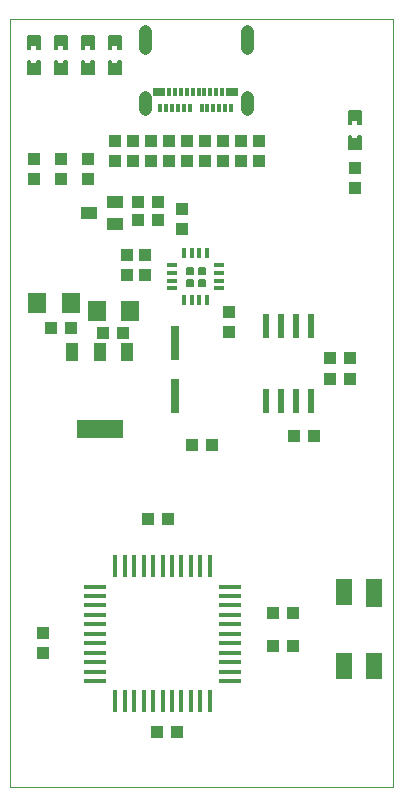
<source format=gtp>
G75*
%MOIN*%
%OFA0B0*%
%FSLAX25Y25*%
%IPPOS*%
%LPD*%
%AMOC8*
5,1,8,0,0,1.08239X$1,22.5*
%
%ADD10C,0.00000*%
%ADD11C,0.00500*%
%ADD12R,0.03937X0.04331*%
%ADD13R,0.04331X0.03937*%
%ADD14R,0.02559X0.11811*%
%ADD15R,0.06299X0.07087*%
%ADD16R,0.01181X0.02756*%
%ADD17R,0.03937X0.02756*%
%ADD18C,0.04331*%
%ADD19R,0.01575X0.07480*%
%ADD20R,0.07480X0.01575*%
%ADD21R,0.01378X0.03543*%
%ADD22R,0.03543X0.01378*%
%ADD23R,0.01969X0.07874*%
%ADD24R,0.15748X0.05906*%
%ADD25R,0.03937X0.05906*%
%ADD26R,0.05512X0.03937*%
%ADD27R,0.05512X0.08661*%
%ADD28R,0.05512X0.09449*%
D10*
X0001300Y0001500D02*
X0001300Y0257500D01*
X0129221Y0257500D01*
X0129221Y0001500D01*
X0001300Y0001500D01*
D11*
X0060300Y0168500D02*
X0060300Y0170500D01*
X0062300Y0170500D01*
X0062300Y0168500D01*
X0060300Y0168500D01*
X0060300Y0168501D02*
X0062300Y0168501D01*
X0062300Y0169000D02*
X0060300Y0169000D01*
X0060300Y0169498D02*
X0062300Y0169498D01*
X0062300Y0169997D02*
X0060300Y0169997D01*
X0060300Y0170495D02*
X0062300Y0170495D01*
X0062300Y0172500D02*
X0060300Y0172500D01*
X0060300Y0174500D01*
X0062300Y0174500D01*
X0062300Y0172500D01*
X0062300Y0172988D02*
X0060300Y0172988D01*
X0060300Y0173486D02*
X0062300Y0173486D01*
X0062300Y0173985D02*
X0060300Y0173985D01*
X0060300Y0174483D02*
X0062300Y0174483D01*
X0064300Y0174483D02*
X0066300Y0174483D01*
X0066300Y0174500D02*
X0066300Y0172500D01*
X0064300Y0172500D01*
X0064300Y0174500D01*
X0066300Y0174500D01*
X0066300Y0173985D02*
X0064300Y0173985D01*
X0064300Y0173486D02*
X0066300Y0173486D01*
X0066300Y0172988D02*
X0064300Y0172988D01*
X0064300Y0170500D02*
X0066300Y0170500D01*
X0066300Y0168500D01*
X0064300Y0168500D01*
X0064300Y0170500D01*
X0064300Y0170495D02*
X0066300Y0170495D01*
X0066300Y0169997D02*
X0064300Y0169997D01*
X0064300Y0169498D02*
X0066300Y0169498D01*
X0066300Y0169000D02*
X0064300Y0169000D01*
X0064300Y0168501D02*
X0066300Y0168501D01*
X0038269Y0239201D02*
X0034331Y0239201D01*
X0034331Y0243531D01*
X0035119Y0243531D01*
X0035119Y0242350D01*
X0037481Y0242350D01*
X0037481Y0243531D01*
X0038269Y0243531D01*
X0038269Y0239201D01*
X0038269Y0239290D02*
X0034331Y0239290D01*
X0034331Y0239788D02*
X0038269Y0239788D01*
X0038269Y0240287D02*
X0034331Y0240287D01*
X0034331Y0240785D02*
X0038269Y0240785D01*
X0038269Y0241284D02*
X0034331Y0241284D01*
X0034331Y0241782D02*
X0038269Y0241782D01*
X0038269Y0242281D02*
X0034331Y0242281D01*
X0034331Y0242779D02*
X0035119Y0242779D01*
X0035119Y0243278D02*
X0034331Y0243278D01*
X0034331Y0247469D02*
X0034331Y0251799D01*
X0038269Y0251799D01*
X0038269Y0247469D01*
X0037481Y0247469D01*
X0037481Y0248650D01*
X0035119Y0248650D01*
X0035119Y0247469D01*
X0034331Y0247469D01*
X0034331Y0247765D02*
X0035119Y0247765D01*
X0035119Y0248263D02*
X0034331Y0248263D01*
X0034331Y0248762D02*
X0038269Y0248762D01*
X0038269Y0249260D02*
X0034331Y0249260D01*
X0034331Y0249759D02*
X0038269Y0249759D01*
X0038269Y0250257D02*
X0034331Y0250257D01*
X0034331Y0250756D02*
X0038269Y0250756D01*
X0038269Y0251254D02*
X0034331Y0251254D01*
X0034331Y0251753D02*
X0038269Y0251753D01*
X0038269Y0248263D02*
X0037481Y0248263D01*
X0037481Y0247765D02*
X0038269Y0247765D01*
X0038269Y0243278D02*
X0037481Y0243278D01*
X0037481Y0242779D02*
X0038269Y0242779D01*
X0029269Y0242779D02*
X0028481Y0242779D01*
X0028481Y0242350D02*
X0028481Y0243531D01*
X0029269Y0243531D01*
X0029269Y0239201D01*
X0025331Y0239201D01*
X0025331Y0243531D01*
X0026119Y0243531D01*
X0026119Y0242350D01*
X0028481Y0242350D01*
X0029269Y0242281D02*
X0025331Y0242281D01*
X0025331Y0242779D02*
X0026119Y0242779D01*
X0026119Y0243278D02*
X0025331Y0243278D01*
X0025331Y0241782D02*
X0029269Y0241782D01*
X0029269Y0241284D02*
X0025331Y0241284D01*
X0025331Y0240785D02*
X0029269Y0240785D01*
X0029269Y0240287D02*
X0025331Y0240287D01*
X0025331Y0239788D02*
X0029269Y0239788D01*
X0029269Y0239290D02*
X0025331Y0239290D01*
X0028481Y0243278D02*
X0029269Y0243278D01*
X0029269Y0247469D02*
X0028481Y0247469D01*
X0028481Y0248650D01*
X0026119Y0248650D01*
X0026119Y0247469D01*
X0025331Y0247469D01*
X0025331Y0251799D01*
X0029269Y0251799D01*
X0029269Y0247469D01*
X0029269Y0247765D02*
X0028481Y0247765D01*
X0028481Y0248263D02*
X0029269Y0248263D01*
X0029269Y0248762D02*
X0025331Y0248762D01*
X0025331Y0249260D02*
X0029269Y0249260D01*
X0029269Y0249759D02*
X0025331Y0249759D01*
X0025331Y0250257D02*
X0029269Y0250257D01*
X0029269Y0250756D02*
X0025331Y0250756D01*
X0025331Y0251254D02*
X0029269Y0251254D01*
X0029269Y0251753D02*
X0025331Y0251753D01*
X0025331Y0248263D02*
X0026119Y0248263D01*
X0026119Y0247765D02*
X0025331Y0247765D01*
X0020269Y0247765D02*
X0019481Y0247765D01*
X0019481Y0247469D02*
X0019481Y0248650D01*
X0017119Y0248650D01*
X0017119Y0247469D01*
X0016331Y0247469D01*
X0016331Y0251799D01*
X0020269Y0251799D01*
X0020269Y0247469D01*
X0019481Y0247469D01*
X0019481Y0248263D02*
X0020269Y0248263D01*
X0020269Y0248762D02*
X0016331Y0248762D01*
X0016331Y0249260D02*
X0020269Y0249260D01*
X0020269Y0249759D02*
X0016331Y0249759D01*
X0016331Y0250257D02*
X0020269Y0250257D01*
X0020269Y0250756D02*
X0016331Y0250756D01*
X0016331Y0251254D02*
X0020269Y0251254D01*
X0020269Y0251753D02*
X0016331Y0251753D01*
X0016331Y0248263D02*
X0017119Y0248263D01*
X0017119Y0247765D02*
X0016331Y0247765D01*
X0016331Y0243531D02*
X0017119Y0243531D01*
X0017119Y0242350D01*
X0019481Y0242350D01*
X0019481Y0243531D01*
X0020269Y0243531D01*
X0020269Y0239201D01*
X0016331Y0239201D01*
X0016331Y0243531D01*
X0016331Y0243278D02*
X0017119Y0243278D01*
X0017119Y0242779D02*
X0016331Y0242779D01*
X0016331Y0242281D02*
X0020269Y0242281D01*
X0020269Y0242779D02*
X0019481Y0242779D01*
X0019481Y0243278D02*
X0020269Y0243278D01*
X0020269Y0241782D02*
X0016331Y0241782D01*
X0016331Y0241284D02*
X0020269Y0241284D01*
X0020269Y0240785D02*
X0016331Y0240785D01*
X0016331Y0240287D02*
X0020269Y0240287D01*
X0020269Y0239788D02*
X0016331Y0239788D01*
X0016331Y0239290D02*
X0020269Y0239290D01*
X0011269Y0239290D02*
X0007331Y0239290D01*
X0007331Y0239201D02*
X0011269Y0239201D01*
X0011269Y0243531D01*
X0010481Y0243531D01*
X0010481Y0242350D01*
X0008119Y0242350D01*
X0008119Y0243531D01*
X0007331Y0243531D01*
X0007331Y0239201D01*
X0007331Y0239788D02*
X0011269Y0239788D01*
X0011269Y0240287D02*
X0007331Y0240287D01*
X0007331Y0240785D02*
X0011269Y0240785D01*
X0011269Y0241284D02*
X0007331Y0241284D01*
X0007331Y0241782D02*
X0011269Y0241782D01*
X0011269Y0242281D02*
X0007331Y0242281D01*
X0007331Y0242779D02*
X0008119Y0242779D01*
X0008119Y0243278D02*
X0007331Y0243278D01*
X0007331Y0247469D02*
X0007331Y0251799D01*
X0011269Y0251799D01*
X0011269Y0247469D01*
X0010481Y0247469D01*
X0010481Y0248650D01*
X0008119Y0248650D01*
X0008119Y0247469D01*
X0007331Y0247469D01*
X0007331Y0247765D02*
X0008119Y0247765D01*
X0008119Y0248263D02*
X0007331Y0248263D01*
X0007331Y0248762D02*
X0011269Y0248762D01*
X0011269Y0249260D02*
X0007331Y0249260D01*
X0007331Y0249759D02*
X0011269Y0249759D01*
X0011269Y0250257D02*
X0007331Y0250257D01*
X0007331Y0250756D02*
X0011269Y0250756D01*
X0011269Y0251254D02*
X0007331Y0251254D01*
X0007331Y0251753D02*
X0011269Y0251753D01*
X0011269Y0248263D02*
X0010481Y0248263D01*
X0010481Y0247765D02*
X0011269Y0247765D01*
X0011269Y0243278D02*
X0010481Y0243278D01*
X0010481Y0242779D02*
X0011269Y0242779D01*
X0114331Y0226799D02*
X0114331Y0222469D01*
X0115119Y0222469D01*
X0115119Y0223650D01*
X0117481Y0223650D01*
X0117481Y0222469D01*
X0118269Y0222469D01*
X0118269Y0226799D01*
X0114331Y0226799D01*
X0114331Y0226329D02*
X0118269Y0226329D01*
X0118269Y0225830D02*
X0114331Y0225830D01*
X0114331Y0225332D02*
X0118269Y0225332D01*
X0118269Y0224833D02*
X0114331Y0224833D01*
X0114331Y0224335D02*
X0118269Y0224335D01*
X0118269Y0223836D02*
X0114331Y0223836D01*
X0114331Y0223338D02*
X0115119Y0223338D01*
X0115119Y0222839D02*
X0114331Y0222839D01*
X0117481Y0222839D02*
X0118269Y0222839D01*
X0118269Y0223338D02*
X0117481Y0223338D01*
X0117481Y0218531D02*
X0118269Y0218531D01*
X0118269Y0214201D01*
X0114331Y0214201D01*
X0114331Y0218531D01*
X0115119Y0218531D01*
X0115119Y0217350D01*
X0117481Y0217350D01*
X0117481Y0218531D01*
X0117481Y0218352D02*
X0118269Y0218352D01*
X0118269Y0217854D02*
X0117481Y0217854D01*
X0117481Y0217355D02*
X0118269Y0217355D01*
X0118269Y0216857D02*
X0114331Y0216857D01*
X0114331Y0217355D02*
X0115119Y0217355D01*
X0115119Y0217854D02*
X0114331Y0217854D01*
X0114331Y0218352D02*
X0115119Y0218352D01*
X0114331Y0216358D02*
X0118269Y0216358D01*
X0118269Y0215860D02*
X0114331Y0215860D01*
X0114331Y0215361D02*
X0118269Y0215361D01*
X0118269Y0214863D02*
X0114331Y0214863D01*
X0114331Y0214364D02*
X0118269Y0214364D01*
D12*
X0116300Y0207846D03*
X0116300Y0201154D03*
X0084300Y0210154D03*
X0084300Y0216846D03*
X0078300Y0216846D03*
X0078300Y0210154D03*
X0072300Y0210154D03*
X0072300Y0216846D03*
X0066300Y0216846D03*
X0066300Y0210154D03*
X0060300Y0210154D03*
X0060300Y0216846D03*
X0054300Y0216846D03*
X0054300Y0210154D03*
X0048300Y0210154D03*
X0048300Y0216846D03*
X0042300Y0216846D03*
X0042300Y0210154D03*
X0036300Y0210154D03*
X0036300Y0216846D03*
X0027300Y0210846D03*
X0027300Y0204154D03*
X0018300Y0204154D03*
X0018300Y0210846D03*
X0009300Y0210846D03*
X0009300Y0204154D03*
X0040300Y0178846D03*
X0040300Y0172154D03*
X0046300Y0172154D03*
X0046300Y0178846D03*
X0058600Y0187454D03*
X0058600Y0194146D03*
X0074300Y0159846D03*
X0074300Y0153154D03*
X0012300Y0052746D03*
X0012300Y0046054D03*
D13*
X0047354Y0090900D03*
X0054046Y0090900D03*
X0061954Y0115500D03*
X0068646Y0115500D03*
X0095954Y0118500D03*
X0102646Y0118500D03*
X0107954Y0137500D03*
X0107954Y0144500D03*
X0114646Y0144500D03*
X0114646Y0137500D03*
X0095646Y0059500D03*
X0095646Y0048500D03*
X0088954Y0048500D03*
X0088954Y0059500D03*
X0057246Y0019800D03*
X0050554Y0019800D03*
X0039146Y0152700D03*
X0032454Y0152700D03*
X0021646Y0154500D03*
X0014954Y0154500D03*
X0043954Y0190500D03*
X0043954Y0196500D03*
X0050646Y0196500D03*
X0050646Y0190500D03*
D14*
X0056300Y0149358D03*
X0056300Y0131642D03*
D15*
X0041312Y0160200D03*
X0030288Y0160200D03*
X0021612Y0162600D03*
X0010588Y0162600D03*
D16*
X0051489Y0227886D03*
X0053457Y0227886D03*
X0055426Y0227886D03*
X0057394Y0227886D03*
X0059363Y0227886D03*
X0061331Y0227886D03*
X0060347Y0233004D03*
X0062316Y0233004D03*
X0064284Y0233004D03*
X0066253Y0233004D03*
X0068221Y0233004D03*
X0070190Y0233004D03*
X0072158Y0233004D03*
X0071174Y0227886D03*
X0069206Y0227886D03*
X0067237Y0227886D03*
X0065269Y0227886D03*
X0058379Y0233004D03*
X0056410Y0233004D03*
X0054442Y0233004D03*
X0073143Y0227886D03*
X0075111Y0227886D03*
D17*
X0075505Y0233004D03*
X0051095Y0233004D03*
D18*
X0046292Y0231469D02*
X0046292Y0227531D01*
X0046292Y0231469D02*
X0046292Y0231469D01*
X0046292Y0227531D01*
X0046292Y0227531D01*
X0046292Y0247649D02*
X0046292Y0253555D01*
X0046292Y0253555D01*
X0046292Y0247649D01*
X0046292Y0247649D01*
X0046292Y0251979D02*
X0046292Y0251979D01*
X0080308Y0253555D02*
X0080308Y0247649D01*
X0080308Y0253555D02*
X0080308Y0253555D01*
X0080308Y0247649D01*
X0080308Y0247649D01*
X0080308Y0251979D02*
X0080308Y0251979D01*
X0080308Y0231469D02*
X0080308Y0227531D01*
X0080308Y0231469D02*
X0080308Y0231469D01*
X0080308Y0227531D01*
X0080308Y0227531D01*
D19*
X0068048Y0074941D03*
X0064898Y0074941D03*
X0061749Y0074941D03*
X0058599Y0074941D03*
X0055450Y0074941D03*
X0052300Y0074941D03*
X0049150Y0074941D03*
X0046001Y0074941D03*
X0042851Y0074941D03*
X0039702Y0074941D03*
X0036552Y0074941D03*
X0036552Y0030059D03*
X0039702Y0030059D03*
X0042851Y0030059D03*
X0046001Y0030059D03*
X0049150Y0030059D03*
X0052300Y0030059D03*
X0055450Y0030059D03*
X0058599Y0030059D03*
X0061749Y0030059D03*
X0064898Y0030059D03*
X0068048Y0030059D03*
D20*
X0074741Y0036752D03*
X0074741Y0039902D03*
X0074741Y0043051D03*
X0074741Y0046201D03*
X0074741Y0049350D03*
X0074741Y0052500D03*
X0074741Y0055650D03*
X0074741Y0058799D03*
X0074741Y0061949D03*
X0074741Y0065098D03*
X0074741Y0068248D03*
X0029859Y0068248D03*
X0029859Y0065098D03*
X0029859Y0061949D03*
X0029859Y0058799D03*
X0029859Y0055650D03*
X0029859Y0052500D03*
X0029859Y0049350D03*
X0029859Y0046201D03*
X0029859Y0043051D03*
X0029859Y0039902D03*
X0029859Y0036752D03*
D21*
X0059461Y0163626D03*
X0062020Y0163626D03*
X0064580Y0163626D03*
X0067139Y0163626D03*
X0067139Y0179374D03*
X0064580Y0179374D03*
X0062020Y0179374D03*
X0059461Y0179374D03*
D22*
X0055426Y0175339D03*
X0055426Y0172780D03*
X0055426Y0170220D03*
X0055426Y0167661D03*
X0071174Y0167661D03*
X0071174Y0170220D03*
X0071174Y0172780D03*
X0071174Y0175339D03*
D23*
X0086800Y0155039D03*
X0091800Y0155039D03*
X0096800Y0155039D03*
X0101800Y0155039D03*
X0101800Y0129961D03*
X0096800Y0129961D03*
X0091800Y0129961D03*
X0086800Y0129961D03*
D24*
X0031300Y0120705D03*
D25*
X0031300Y0146295D03*
X0022245Y0146295D03*
X0040355Y0146295D03*
D26*
X0036531Y0188960D03*
X0036531Y0196440D03*
X0027869Y0192700D03*
D27*
X0112800Y0066502D03*
X0112800Y0041698D03*
X0122800Y0041698D03*
D28*
X0122800Y0066108D03*
M02*

</source>
